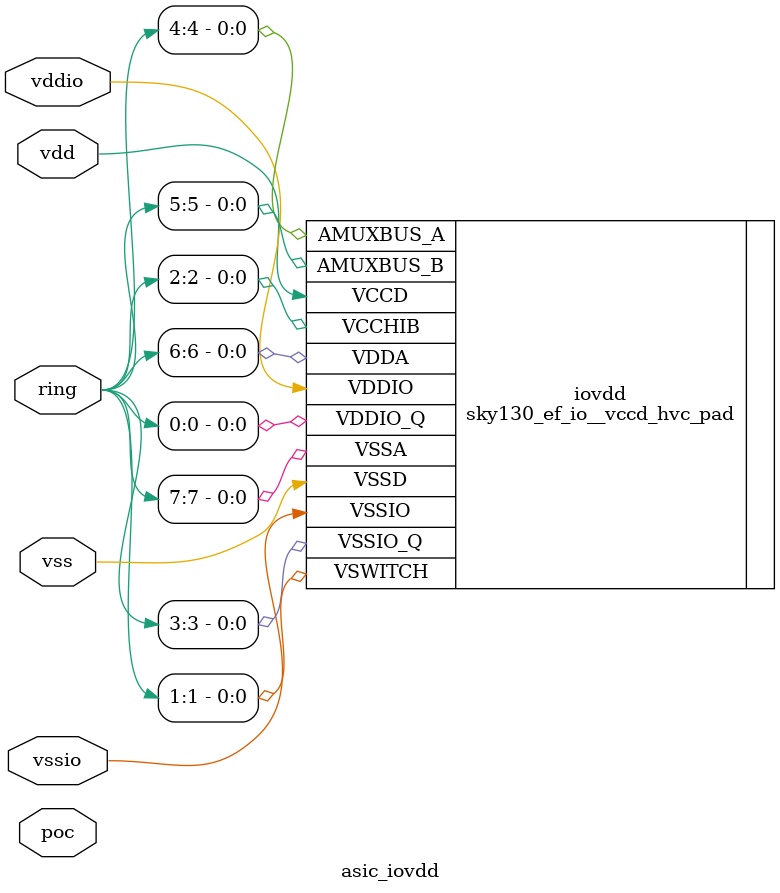
<source format=v>
module asic_iovdd #(
    parameter DIR = "NO",
    parameter TYPE = "SOFT",
    parameter TECH_RING_WIDTH = 8
) (
    inout vdd,
    inout vss,
    inout vddio,
    inout vssio,
    inout poc,

    inout [TECH_RING_WIDTH-1:0] ring
);

    // TODO: what to do with poc?

    sky130_ef_io__vccd_hvc_pad iovdd (
        .VDDIO(vddio),
        .VDDIO_Q(ring[0]),
        .VDDA(ring[6]),
        .VCCD(vdd),
        .VSWITCH(ring[1]),
        .VCCHIB(ring[2]),
        .VSSA(ring[7]),
        .VSSD(vss),
        .VSSIO_Q(ring[3]),
        .VSSIO(vssio),

        .AMUXBUS_A(ring[4]),
        .AMUXBUS_B(ring[5])
    );
endmodule
</source>
